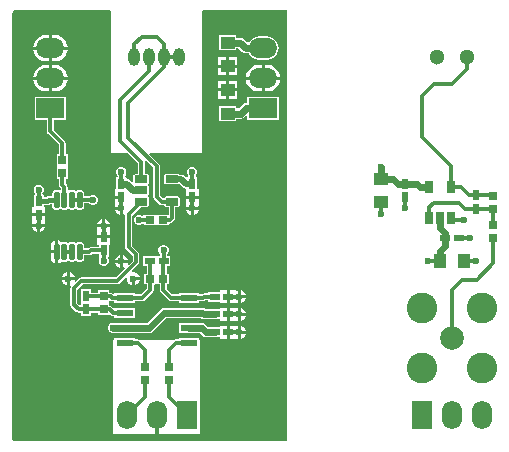
<source format=gbr>
%TF.GenerationSoftware,Altium Limited,Altium Designer,24.10.1 (45)*%
G04 Layer_Physical_Order=1*
G04 Layer_Color=5636351*
%FSLAX45Y45*%
%MOMM*%
%TF.SameCoordinates,A6A100A0-8C7F-4B02-B864-72EC464A77B6*%
%TF.FilePolarity,Positive*%
%TF.FileFunction,Copper,L1,Top,Signal*%
%TF.Part,Single*%
G01*
G75*
%TA.AperFunction,SMDPad,CuDef*%
%ADD10R,0.85000X0.60000*%
%ADD11R,0.60000X0.85000*%
%ADD12R,0.65000X0.80000*%
G04:AMPARAMS|DCode=13|XSize=0.6mm|YSize=1.1mm|CornerRadius=0.051mm|HoleSize=0mm|Usage=FLASHONLY|Rotation=180.000|XOffset=0mm|YOffset=0mm|HoleType=Round|Shape=RoundedRectangle|*
%AMROUNDEDRECTD13*
21,1,0.60000,0.99800,0,0,180.0*
21,1,0.49800,1.10000,0,0,180.0*
1,1,0.10200,-0.24900,0.49900*
1,1,0.10200,0.24900,0.49900*
1,1,0.10200,0.24900,-0.49900*
1,1,0.10200,-0.24900,-0.49900*
%
%ADD13ROUNDEDRECTD13*%
%ADD14R,1.45000X0.60000*%
G04:AMPARAMS|DCode=15|XSize=0.6mm|YSize=1.1mm|CornerRadius=0.051mm|HoleSize=0mm|Usage=FLASHONLY|Rotation=90.000|XOffset=0mm|YOffset=0mm|HoleType=Round|Shape=RoundedRectangle|*
%AMROUNDEDRECTD15*
21,1,0.60000,0.99800,0,0,90.0*
21,1,0.49800,1.10000,0,0,90.0*
1,1,0.10200,0.49900,0.24900*
1,1,0.10200,0.49900,-0.24900*
1,1,0.10200,-0.49900,-0.24900*
1,1,0.10200,-0.49900,0.24900*
%
%ADD15ROUNDEDRECTD15*%
%ADD16R,0.80000X0.65000*%
G04:AMPARAMS|DCode=17|XSize=0.45mm|YSize=1.4mm|CornerRadius=0.1125mm|HoleSize=0mm|Usage=FLASHONLY|Rotation=0.000|XOffset=0mm|YOffset=0mm|HoleType=Round|Shape=RoundedRectangle|*
%AMROUNDEDRECTD17*
21,1,0.45000,1.17500,0,0,0.0*
21,1,0.22500,1.40000,0,0,0.0*
1,1,0.22500,0.11250,-0.58750*
1,1,0.22500,-0.11250,-0.58750*
1,1,0.22500,-0.11250,0.58750*
1,1,0.22500,0.11250,0.58750*
%
%ADD17ROUNDEDRECTD17*%
%ADD18R,1.00000X1.15000*%
%ADD19R,1.15000X1.00000*%
%TA.AperFunction,Conductor*%
%ADD20C,0.30000*%
%ADD21C,0.60000*%
%ADD22C,0.40000*%
%ADD23C,0.50000*%
%TA.AperFunction,ComponentPad*%
%ADD24C,1.30000*%
%ADD25O,1.00000X1.50000*%
%ADD26O,1.70000X2.40000*%
%ADD27R,1.70000X2.40000*%
%ADD28C,2.60000*%
%ADD29C,2.00000*%
%ADD30O,2.40000X1.70000*%
%ADD31R,2.40000X1.70000*%
%TA.AperFunction,ViaPad*%
%ADD32C,0.60000*%
G36*
X-150000Y-1174104D02*
X-2454795D01*
X-2463654Y-1170434D01*
X-2470434Y-1163654D01*
X-2474104Y-1154795D01*
Y-1150000D01*
Y2450000D01*
Y2454795D01*
X-2470434Y2463653D01*
X-2463654Y2470434D01*
X-2454795Y2474104D01*
X-1648086D01*
X-1637500Y2469000D01*
X-1637500Y2461404D01*
Y1269000D01*
X-1495233D01*
X-1408243Y1182010D01*
Y1088049D01*
X-1429900D01*
X-1436845Y1086667D01*
X-1442733Y1082733D01*
X-1446667Y1076845D01*
X-1448049Y1069900D01*
Y1029204D01*
X-1460749Y1023943D01*
X-1475090Y1038284D01*
X-1489214Y1047722D01*
X-1505875Y1051036D01*
X-1507300D01*
Y1062700D01*
X-1515616D01*
X-1519214Y1075400D01*
X-1513801Y1080812D01*
X-1507301Y1096506D01*
Y1113493D01*
X-1513801Y1129187D01*
X-1525813Y1141199D01*
X-1541507Y1147700D01*
X-1558494D01*
X-1574188Y1141199D01*
X-1586200Y1129187D01*
X-1592700Y1113493D01*
Y1096506D01*
X-1586200Y1080812D01*
X-1580787Y1075400D01*
X-1584385Y1062700D01*
X-1592700D01*
Y1011705D01*
X-1593536Y1007500D01*
X-1592700Y1003295D01*
Y960400D01*
X-1605400D01*
Y905201D01*
X-1550000D01*
Y879801D01*
X-1605400D01*
Y824600D01*
X-1605400D01*
X-1601928Y819403D01*
X-1604704Y812700D01*
X-1550000D01*
Y800000D01*
X-1537300D01*
Y745296D01*
X-1528946Y748756D01*
X-1527649Y748538D01*
X-1516569Y740137D01*
Y469845D01*
X-1516569Y469844D01*
X-1514419Y459036D01*
X-1508297Y449873D01*
X-1454132Y395709D01*
Y354328D01*
X-1488895Y319565D01*
X-1499662Y326759D01*
X-1495296Y337300D01*
X-1537300D01*
Y295296D01*
X-1526759Y299662D01*
X-1519565Y288895D01*
X-1595319Y213141D01*
X-1888440D01*
X-1888441Y213142D01*
X-1899249Y210991D01*
X-1908412Y204869D01*
X-1908413Y204869D01*
X-1935487Y177794D01*
X-1946253Y184988D01*
X-1945296Y187300D01*
X-1987300D01*
Y145296D01*
X-1983571Y146841D01*
X-1975151Y136582D01*
X-1978155Y132086D01*
X-1980305Y121278D01*
X-1980305Y121277D01*
Y-16859D01*
X-1980305Y-16861D01*
X-1978155Y-27669D01*
X-1972033Y-36831D01*
X-1931394Y-77469D01*
X-1931394Y-77470D01*
X-1922231Y-83592D01*
X-1911423Y-85743D01*
X-1911422Y-85742D01*
X-1892700D01*
Y-112700D01*
X-1807300D01*
Y-85742D01*
X-1745200D01*
Y-107700D01*
X-1654800D01*
Y-105172D01*
X-1643067Y-100312D01*
X-1636908Y-106471D01*
X-1627746Y-112593D01*
X-1616937Y-114743D01*
X-1607700D01*
Y-129200D01*
X-1437300D01*
Y-43800D01*
X-1607700D01*
Y-43800D01*
X-1616182Y-47313D01*
X-1628467Y-35029D01*
X-1637629Y-28907D01*
X-1648437Y-26757D01*
X-1654800Y-16896D01*
X-1654800Y-2300D01*
X-1654800Y12265D01*
X-1651422Y15144D01*
X-1642100Y18522D01*
X-1635942Y14407D01*
X-1625134Y12257D01*
X-1625133Y12257D01*
X-1607700D01*
Y-2200D01*
X-1437300D01*
Y12257D01*
X-1370475D01*
X-1370473Y12257D01*
X-1359665Y14407D01*
X-1350503Y20529D01*
X-1285029Y86003D01*
X-1285029Y86003D01*
X-1278907Y95166D01*
X-1276757Y105974D01*
Y145820D01*
X-1267776Y154800D01*
X-1252300Y154800D01*
X-1239600Y154800D01*
X-1223243D01*
Y105975D01*
X-1223243Y105974D01*
X-1221093Y95166D01*
X-1214971Y86003D01*
X-1149498Y20530D01*
X-1149497Y20529D01*
X-1140335Y14407D01*
X-1129527Y12257D01*
X-1062700D01*
Y-2200D01*
X-892300D01*
Y12257D01*
X-857640D01*
X-857638Y12257D01*
X-846830Y14407D01*
X-837668Y20529D01*
X-836440Y21757D01*
X-812700D01*
Y7300D01*
X-710400D01*
Y-5400D01*
X-655200D01*
Y50000D01*
Y105400D01*
X-710400D01*
Y92700D01*
X-812700D01*
Y78243D01*
X-848138D01*
X-858946Y76093D01*
X-868109Y69971D01*
X-868110Y69970D01*
X-869337Y68743D01*
X-892300D01*
Y83200D01*
X-1062700D01*
Y68743D01*
X-1117828D01*
X-1166758Y117673D01*
Y154800D01*
X-1142300D01*
Y245200D01*
X-1166758D01*
Y307300D01*
X-1137300D01*
Y392700D01*
X-1164257D01*
Y410356D01*
X-1156301Y418313D01*
X-1149800Y434006D01*
Y450994D01*
X-1156301Y466687D01*
X-1168313Y478699D01*
X-1184007Y485200D01*
X-1200994D01*
X-1216687Y478699D01*
X-1228699Y466687D01*
X-1235200Y450994D01*
Y434006D01*
X-1228699Y418313D01*
X-1223588Y413202D01*
Y398835D01*
X-1229723Y392700D01*
X-1247700Y392700D01*
X-1260400Y392700D01*
X-1362700D01*
Y307300D01*
X-1333242D01*
Y245200D01*
X-1357700D01*
Y154800D01*
X-1333242D01*
Y117672D01*
X-1382172Y68743D01*
X-1437300D01*
Y83200D01*
X-1607700D01*
Y80968D01*
X-1617397Y76107D01*
X-1620400Y75463D01*
X-1628826Y81093D01*
X-1639634Y83243D01*
X-1639635Y83243D01*
X-1654800D01*
Y107700D01*
X-1745200D01*
Y83243D01*
X-1807300D01*
Y112700D01*
X-1892700D01*
Y10401D01*
X-1892700Y2300D01*
X-1892700Y-18320D01*
X-1905400Y-23581D01*
X-1923819Y-5162D01*
Y109579D01*
X-1876743Y156656D01*
X-1583622D01*
X-1583621Y156656D01*
X-1572812Y158806D01*
X-1563650Y164928D01*
X-1518100Y210478D01*
X-1505400Y205217D01*
Y188980D01*
X-1496966Y168618D01*
X-1481381Y153034D01*
X-1462700Y145296D01*
Y200000D01*
X-1450000D01*
Y212700D01*
X-1395296D01*
X-1403034Y231381D01*
X-1418618Y246966D01*
X-1438980Y255400D01*
X-1455217D01*
X-1460478Y268100D01*
X-1405919Y322659D01*
X-1405918Y322659D01*
X-1399796Y331822D01*
X-1397646Y342630D01*
Y407407D01*
X-1399796Y418215D01*
X-1405918Y427378D01*
X-1405919Y427378D01*
X-1460083Y481543D01*
Y734975D01*
X-1383107Y811951D01*
X-1330100D01*
X-1323155Y813333D01*
X-1317267Y817267D01*
X-1313333Y823155D01*
X-1311951Y830100D01*
Y879900D01*
X-1313333Y886845D01*
X-1317267Y892733D01*
X-1321675Y895678D01*
X-1322473Y902500D01*
X-1321675Y909322D01*
X-1317267Y912267D01*
X-1313333Y918155D01*
X-1311951Y925100D01*
Y974900D01*
X-1313333Y981845D01*
X-1317267Y987733D01*
X-1321675Y990678D01*
X-1322473Y997500D01*
X-1321675Y1004322D01*
X-1317267Y1007267D01*
X-1313333Y1013155D01*
X-1311951Y1020100D01*
Y1069900D01*
X-1313333Y1076845D01*
X-1317267Y1082733D01*
X-1323155Y1086667D01*
X-1330100Y1088049D01*
X-1351757D01*
Y1193707D01*
X-1351757Y1193709D01*
X-1353079Y1200354D01*
X-1341375Y1206610D01*
X-1278243Y1143478D01*
Y895850D01*
X-1278243Y895848D01*
X-1276093Y885040D01*
X-1269971Y875878D01*
X-1229123Y835030D01*
X-1229122Y835029D01*
X-1219960Y828907D01*
X-1209152Y826757D01*
X-1187384D01*
X-1186667Y823155D01*
X-1182733Y817267D01*
X-1176845Y813333D01*
X-1169900Y811951D01*
X-1148243D01*
Y745200D01*
X-1239600D01*
X-1247700Y745200D01*
X-1260400Y745200D01*
X-1357700D01*
Y738547D01*
X-1370400Y733287D01*
X-1373312Y736199D01*
X-1389006Y742700D01*
X-1405993D01*
X-1421687Y736199D01*
X-1433699Y724188D01*
X-1440200Y708494D01*
Y691507D01*
X-1433699Y675813D01*
X-1421687Y663801D01*
X-1405993Y657300D01*
X-1389006D01*
X-1373312Y663801D01*
X-1370400Y666714D01*
X-1357700Y661454D01*
Y654800D01*
X-1260400D01*
X-1252300Y654800D01*
X-1239600Y654800D01*
X-1142300D01*
Y661403D01*
X-1136676Y671757D01*
X-1125868Y673907D01*
X-1116705Y680029D01*
X-1100030Y696705D01*
X-1100029Y696705D01*
X-1093907Y705868D01*
X-1091757Y716676D01*
Y811951D01*
X-1070100D01*
X-1063155Y813333D01*
X-1057267Y817267D01*
X-1053333Y823155D01*
X-1051951Y830100D01*
Y879900D01*
X-1053333Y886845D01*
X-1057267Y892733D01*
X-1063155Y896667D01*
X-1070100Y898048D01*
X-1169900D01*
X-1176845Y896667D01*
X-1182733Y892733D01*
X-1186407Y887235D01*
X-1190177Y886515D01*
X-1199817Y885607D01*
X-1221757Y907547D01*
Y1155177D01*
X-1223907Y1165985D01*
X-1230029Y1175148D01*
X-1230030Y1175148D01*
X-1312149Y1257267D01*
X-1307288Y1269000D01*
X-862500D01*
Y2461404D01*
X-862500Y2469000D01*
X-851914Y2474104D01*
X-150000D01*
Y-1174104D01*
D02*
G37*
%LPC*%
G36*
X-2115000Y2265353D02*
X-2137300D01*
Y2166700D01*
X-2005319D01*
X-2007442Y2182820D01*
X-2018566Y2209676D01*
X-2036262Y2232738D01*
X-2059324Y2250434D01*
X-2086180Y2261558D01*
X-2115000Y2265353D01*
D02*
G37*
G36*
X-2162700D02*
X-2185000D01*
X-2213820Y2261558D01*
X-2240676Y2250434D01*
X-2263738Y2232738D01*
X-2281434Y2209676D01*
X-2292559Y2182820D01*
X-2294681Y2166700D01*
X-2162700D01*
Y2265353D01*
D02*
G37*
G36*
X-579800Y2262700D02*
X-720200D01*
Y2137300D01*
X-579800D01*
Y2156464D01*
X-560077D01*
X-526829Y2123215D01*
X-512705Y2113778D01*
X-496044Y2110464D01*
X-472716D01*
X-470341Y2104729D01*
X-454681Y2084320D01*
X-434272Y2068659D01*
X-410505Y2058815D01*
X-385000Y2055457D01*
X-315000D01*
X-289495Y2058815D01*
X-265728Y2068659D01*
X-245320Y2084320D01*
X-229659Y2104729D01*
X-219815Y2128495D01*
X-216457Y2154000D01*
X-219815Y2179505D01*
X-229659Y2203271D01*
X-245320Y2223680D01*
X-265728Y2239341D01*
X-289495Y2249185D01*
X-315000Y2252543D01*
X-385000D01*
X-410505Y2249185D01*
X-434272Y2239341D01*
X-454681Y2223680D01*
X-468617Y2205518D01*
X-477845Y2203404D01*
X-483987Y2203513D01*
X-511259Y2230785D01*
X-525384Y2240223D01*
X-542044Y2243537D01*
X-579800D01*
Y2262700D01*
D02*
G37*
G36*
X-2005319Y2141300D02*
X-2137300D01*
Y2042647D01*
X-2115000D01*
X-2086180Y2046442D01*
X-2059324Y2057566D01*
X-2036262Y2075262D01*
X-2018566Y2098324D01*
X-2007442Y2125180D01*
X-2005319Y2141300D01*
D02*
G37*
G36*
X-2162700D02*
X-2294681D01*
X-2292559Y2125180D01*
X-2281434Y2098324D01*
X-2263738Y2075262D01*
X-2240676Y2057566D01*
X-2213820Y2046442D01*
X-2185000Y2042647D01*
X-2162700D01*
Y2141300D01*
D02*
G37*
G36*
X-567100Y2075400D02*
X-637300D01*
Y2012700D01*
X-567100D01*
Y2075400D01*
D02*
G37*
G36*
X-662700D02*
X-732900D01*
Y2012700D01*
X-662700D01*
Y2075400D01*
D02*
G37*
G36*
X-567100Y1987300D02*
X-637300D01*
Y1924600D01*
X-567100D01*
Y1987300D01*
D02*
G37*
G36*
X-662700D02*
X-732900D01*
Y1924600D01*
X-662700D01*
Y1987300D01*
D02*
G37*
G36*
X-315000Y2011353D02*
X-337300D01*
Y1912700D01*
X-205319D01*
X-207442Y1928820D01*
X-218566Y1955676D01*
X-236262Y1978738D01*
X-259324Y1996434D01*
X-286180Y2007558D01*
X-315000Y2011353D01*
D02*
G37*
G36*
X-2115000D02*
X-2137300D01*
Y1912700D01*
X-2005319D01*
X-2007442Y1928820D01*
X-2018566Y1955676D01*
X-2036262Y1978738D01*
X-2059324Y1996434D01*
X-2086180Y2007558D01*
X-2115000Y2011353D01*
D02*
G37*
G36*
X-362700D02*
X-385000D01*
X-413820Y2007558D01*
X-440677Y1996434D01*
X-463738Y1978738D01*
X-481434Y1955676D01*
X-492559Y1928820D01*
X-494681Y1912700D01*
X-362700D01*
Y2011353D01*
D02*
G37*
G36*
X-2162700D02*
X-2185000D01*
X-2213820Y2007558D01*
X-2240676Y1996434D01*
X-2263738Y1978738D01*
X-2281434Y1955676D01*
X-2292559Y1928820D01*
X-2294681Y1912700D01*
X-2162700D01*
Y2011353D01*
D02*
G37*
G36*
X-567100Y1875400D02*
X-637300D01*
Y1812700D01*
X-567100D01*
Y1875400D01*
D02*
G37*
G36*
X-662700D02*
X-732900D01*
Y1812700D01*
X-662700D01*
Y1875400D01*
D02*
G37*
G36*
X-205319Y1887300D02*
X-337300D01*
Y1788647D01*
X-315000D01*
X-286180Y1792442D01*
X-259324Y1803566D01*
X-236262Y1821262D01*
X-218566Y1844324D01*
X-207442Y1871180D01*
X-205319Y1887300D01*
D02*
G37*
G36*
X-362700D02*
X-494681D01*
X-492559Y1871180D01*
X-481434Y1844324D01*
X-463738Y1821262D01*
X-440677Y1803566D01*
X-413820Y1792442D01*
X-385000Y1788647D01*
X-362700D01*
Y1887300D01*
D02*
G37*
G36*
X-2005319D02*
X-2137300D01*
Y1788647D01*
X-2115000D01*
X-2086180Y1792442D01*
X-2059324Y1803566D01*
X-2036262Y1821262D01*
X-2018566Y1844324D01*
X-2007442Y1871180D01*
X-2005319Y1887300D01*
D02*
G37*
G36*
X-2162700D02*
X-2294681D01*
X-2292559Y1871180D01*
X-2281434Y1844324D01*
X-2263738Y1821262D01*
X-2240676Y1803566D01*
X-2213820Y1792442D01*
X-2185000Y1788647D01*
X-2162700D01*
Y1887300D01*
D02*
G37*
G36*
X-567100Y1787300D02*
X-637300D01*
Y1724600D01*
X-567100D01*
Y1787300D01*
D02*
G37*
G36*
X-662700D02*
X-732900D01*
Y1724600D01*
X-662700D01*
Y1787300D01*
D02*
G37*
G36*
X-217300Y1743700D02*
X-482700D01*
Y1689536D01*
X-493290D01*
X-509950Y1686222D01*
X-524074Y1676785D01*
X-557323Y1643536D01*
X-579800D01*
Y1662700D01*
X-720200D01*
Y1537300D01*
X-579800D01*
Y1556463D01*
X-539290D01*
X-522629Y1559777D01*
X-508505Y1569215D01*
X-494433Y1583287D01*
X-482700Y1578426D01*
Y1548300D01*
X-217300D01*
Y1743700D01*
D02*
G37*
G36*
X-941507Y1147700D02*
X-958494D01*
X-974188Y1141199D01*
X-986199Y1129187D01*
X-992700Y1113493D01*
Y1096506D01*
X-986199Y1080812D01*
X-985747Y1080360D01*
X-987942Y1065663D01*
X-992700Y1062700D01*
X-1004528Y1063510D01*
X-1013198Y1072180D01*
X-1025668Y1080512D01*
X-1040378Y1083439D01*
X-1040379Y1083439D01*
X-1058323D01*
X-1063155Y1086667D01*
X-1070100Y1088049D01*
X-1169900D01*
X-1176845Y1086667D01*
X-1182733Y1082733D01*
X-1186667Y1076845D01*
X-1188049Y1069900D01*
Y1020100D01*
X-1186667Y1013155D01*
X-1182733Y1007267D01*
X-1176845Y1003333D01*
X-1169900Y1001951D01*
X-1070100D01*
X-1063155Y1003333D01*
X-1058323Y1006561D01*
X-1056300D01*
X-1030058Y980319D01*
X-1017588Y971987D01*
X-1011169Y970710D01*
X-1005400Y960400D01*
X-1005400Y957599D01*
Y905201D01*
X-950000D01*
X-894600D01*
Y960400D01*
X-907300D01*
Y1062700D01*
X-915616D01*
X-919214Y1075400D01*
X-913801Y1080812D01*
X-907300Y1096506D01*
Y1113493D01*
X-913801Y1129187D01*
X-925813Y1141199D01*
X-941507Y1147700D01*
D02*
G37*
G36*
X-2017300Y1743700D02*
X-2282700D01*
Y1548300D01*
X-2178243D01*
Y1450001D01*
X-2178243Y1450000D01*
X-2176093Y1439192D01*
X-2169971Y1430029D01*
X-2078243Y1338301D01*
Y1257700D01*
X-2095200D01*
Y1160400D01*
X-2095200Y1152300D01*
X-2095200Y1139599D01*
Y1042300D01*
X-2078243D01*
Y996800D01*
X-2078243Y996799D01*
X-2076093Y985990D01*
X-2069971Y976828D01*
X-2060743Y967600D01*
Y954804D01*
X-2073105Y949151D01*
X-2074036Y949393D01*
X-2076905Y951310D01*
X-2086250Y953169D01*
X-2108750D01*
X-2118095Y951310D01*
X-2126017Y946017D01*
X-2131310Y938094D01*
X-2133169Y928750D01*
Y903340D01*
X-2166160D01*
X-2178919Y900802D01*
X-2189736Y893575D01*
X-2192470Y890841D01*
X-2207300D01*
Y912700D01*
X-2215617D01*
X-2219214Y925400D01*
X-2213802Y930813D01*
X-2207301Y946507D01*
Y963494D01*
X-2213802Y979188D01*
X-2225813Y991199D01*
X-2241507Y997700D01*
X-2258494D01*
X-2274188Y991199D01*
X-2286200Y979188D01*
X-2292701Y963494D01*
Y946507D01*
X-2286200Y930813D01*
X-2280787Y925400D01*
X-2284385Y912700D01*
X-2292700D01*
Y810400D01*
X-2305400D01*
Y755200D01*
X-2250000D01*
X-2194600D01*
Y810400D01*
X-2207300D01*
Y824160D01*
X-2178660D01*
X-2165901Y826698D01*
X-2155085Y833925D01*
X-2152350Y836659D01*
X-2133169D01*
Y811250D01*
X-2131310Y801905D01*
X-2126017Y793983D01*
X-2118095Y788690D01*
X-2108750Y786831D01*
X-2086250D01*
X-2076905Y788690D01*
X-2068983Y793983D01*
X-2055964Y790607D01*
X-2053095Y788690D01*
X-2043750Y786831D01*
X-2021250D01*
X-2011906Y788690D01*
X-2003983Y793983D01*
X-1990965Y790607D01*
X-1988095Y788690D01*
X-1978750Y786831D01*
X-1956250D01*
X-1946905Y788690D01*
X-1938983Y793983D01*
X-1925964Y790607D01*
X-1923095Y788690D01*
X-1913750Y786831D01*
X-1891250D01*
X-1881906Y788690D01*
X-1873983Y793983D01*
X-1868690Y801905D01*
X-1866831Y811250D01*
Y841757D01*
X-1824485D01*
X-1816528Y833801D01*
X-1800835Y827300D01*
X-1783848D01*
X-1768154Y833801D01*
X-1756142Y845813D01*
X-1749641Y861507D01*
Y878494D01*
X-1756142Y894187D01*
X-1768154Y906199D01*
X-1783848Y912700D01*
X-1800835D01*
X-1816528Y906199D01*
X-1824485Y898243D01*
X-1866831D01*
Y928750D01*
X-1868690Y938095D01*
X-1873983Y946017D01*
X-1881906Y951310D01*
X-1891250Y953169D01*
X-1913750D01*
X-1923095Y951310D01*
X-1931017Y946017D01*
X-1944036Y949393D01*
X-1946905Y951310D01*
X-1956250Y953169D01*
X-1978750D01*
X-1988095Y951310D01*
X-1991557Y948996D01*
X-2004257Y954803D01*
Y979299D01*
X-2006407Y990107D01*
X-2012529Y999270D01*
X-2021757Y1008497D01*
Y1042300D01*
X-2004800D01*
Y1139599D01*
X-2004800Y1147700D01*
X-2004800Y1160400D01*
Y1257700D01*
X-2021757D01*
Y1350000D01*
X-2023907Y1360808D01*
X-2030029Y1369971D01*
X-2030030Y1369971D01*
X-2121757Y1461699D01*
Y1548300D01*
X-2017300D01*
Y1743700D01*
D02*
G37*
G36*
X-894600Y879801D02*
X-950000D01*
X-1005400D01*
Y824600D01*
X-1005400D01*
X-1001928Y819403D01*
X-1004704Y812700D01*
X-895296D01*
X-898073Y819403D01*
X-894600Y824600D01*
X-894600D01*
Y879801D01*
D02*
G37*
G36*
X-895296Y787300D02*
X-937300D01*
Y745296D01*
X-918619Y753034D01*
X-903034Y768618D01*
X-895296Y787300D01*
D02*
G37*
G36*
X-962700D02*
X-1004704D01*
X-996966Y768618D01*
X-981382Y753034D01*
X-962700Y745296D01*
Y787300D01*
D02*
G37*
G36*
X-1562700D02*
X-1604704D01*
X-1596966Y768618D01*
X-1581382Y753034D01*
X-1562700Y745296D01*
Y787300D01*
D02*
G37*
G36*
X-1687300Y704704D02*
Y662700D01*
X-1645296D01*
X-1653034Y681382D01*
X-1668618Y696966D01*
X-1687300Y704704D01*
D02*
G37*
G36*
X-1712700D02*
X-1731381Y696966D01*
X-1746966Y681382D01*
X-1754704Y662700D01*
X-1712700D01*
Y704704D01*
D02*
G37*
G36*
X-2194600Y729800D02*
X-2250000D01*
X-2305400D01*
Y674600D01*
X-2305400D01*
X-2301928Y669403D01*
X-2304704Y662700D01*
X-2195296D01*
X-2198073Y669403D01*
X-2194600Y674600D01*
X-2194600D01*
Y729800D01*
D02*
G37*
G36*
X-2195296Y637300D02*
X-2237300D01*
Y595296D01*
X-2218619Y603034D01*
X-2203034Y618618D01*
X-2195296Y637300D01*
D02*
G37*
G36*
X-2262700D02*
X-2304704D01*
X-2296966Y618618D01*
X-2281382Y603034D01*
X-2262700Y595296D01*
Y637300D01*
D02*
G37*
G36*
X-1645296Y637300D02*
X-1754704D01*
X-1751927Y630597D01*
X-1755400Y625400D01*
X-1755400D01*
Y570200D01*
X-1644600D01*
Y625400D01*
X-1644600D01*
X-1648072Y630597D01*
X-1645296Y637300D01*
D02*
G37*
G36*
X-1644600Y544800D02*
X-1755400D01*
Y489600D01*
X-1742700D01*
Y470743D01*
X-1807500D01*
X-1818308Y468593D01*
X-1827471Y462471D01*
X-1827471Y462470D01*
X-1831698Y458243D01*
X-1866831D01*
Y488750D01*
X-1868690Y498095D01*
X-1873983Y506017D01*
X-1881906Y511310D01*
X-1891250Y513169D01*
X-1913750D01*
X-1923095Y511310D01*
X-1925965Y509393D01*
X-1935000Y507050D01*
X-1944035Y509393D01*
X-1946905Y511310D01*
X-1956250Y513169D01*
X-1978750D01*
X-1988095Y511310D01*
X-1990965Y509393D01*
X-2000000Y507050D01*
X-2009036Y509393D01*
X-2011906Y511310D01*
X-2021250Y513169D01*
X-2043750D01*
X-2053095Y511310D01*
X-2055965Y509393D01*
X-2059827Y515173D01*
X-2071950Y523274D01*
X-2084800Y525830D01*
Y430000D01*
Y334171D01*
X-2071950Y336727D01*
X-2059827Y344827D01*
X-2055965Y350607D01*
X-2053095Y348690D01*
X-2043750Y346831D01*
X-2021250D01*
X-2011906Y348690D01*
X-2009036Y350608D01*
X-2000000Y352950D01*
X-1990965Y350608D01*
X-1988095Y348690D01*
X-1978750Y346831D01*
X-1956250D01*
X-1946905Y348690D01*
X-1944035Y350607D01*
X-1935000Y352950D01*
X-1925965Y350607D01*
X-1923095Y348690D01*
X-1913750Y346831D01*
X-1891250D01*
X-1881906Y348690D01*
X-1873983Y353983D01*
X-1868690Y361906D01*
X-1866831Y371250D01*
Y401757D01*
X-1820001D01*
X-1820000Y401757D01*
X-1809192Y403907D01*
X-1800029Y410029D01*
X-1795801Y414257D01*
X-1742700D01*
Y387300D01*
X-1741047D01*
X-1735786Y374600D01*
X-1736199Y374187D01*
X-1742700Y358493D01*
Y341506D01*
X-1736199Y325812D01*
X-1724187Y313801D01*
X-1708493Y307300D01*
X-1691506D01*
X-1675812Y313801D01*
X-1663801Y325812D01*
X-1657300Y341506D01*
Y358493D01*
X-1663801Y374187D01*
X-1664213Y374600D01*
X-1658953Y387300D01*
X-1657300D01*
Y489600D01*
X-1644600D01*
Y544800D01*
D02*
G37*
G36*
X-2110200Y525830D02*
X-2123050Y523274D01*
X-2135173Y515173D01*
X-2143273Y503050D01*
X-2146118Y488750D01*
Y442700D01*
X-2110200D01*
Y525830D01*
D02*
G37*
G36*
X-1537300Y404704D02*
Y362700D01*
X-1495296D01*
X-1503034Y381381D01*
X-1518619Y396966D01*
X-1537300Y404704D01*
D02*
G37*
G36*
X-1562700D02*
X-1581381Y396966D01*
X-1596966Y381381D01*
X-1604704Y362700D01*
X-1562700D01*
Y404704D01*
D02*
G37*
G36*
X-2110200Y417300D02*
X-2146118D01*
Y371250D01*
X-2143273Y356950D01*
X-2135173Y344827D01*
X-2123050Y336727D01*
X-2110200Y334171D01*
Y417300D01*
D02*
G37*
G36*
X-1562700Y337300D02*
X-1604704D01*
X-1596966Y318618D01*
X-1581381Y303034D01*
X-1562700Y295296D01*
Y337300D01*
D02*
G37*
G36*
X-1987300Y254704D02*
Y212700D01*
X-1945296D01*
X-1953034Y231381D01*
X-1968619Y246966D01*
X-1987300Y254704D01*
D02*
G37*
G36*
X-2012700D02*
X-2031382Y246966D01*
X-2046966Y231381D01*
X-2054704Y212700D01*
X-2012700D01*
Y254704D01*
D02*
G37*
G36*
X-1395296Y187300D02*
X-1437300D01*
Y145296D01*
X-1418618Y153034D01*
X-1403034Y168618D01*
X-1395296Y187300D01*
D02*
G37*
G36*
X-2012700D02*
X-2054704D01*
X-2046966Y168618D01*
X-2031382Y153034D01*
X-2012700Y145296D01*
Y187300D01*
D02*
G37*
G36*
X-537300Y104704D02*
Y62700D01*
X-495296D01*
X-503034Y81381D01*
X-518618Y96966D01*
X-537300Y104704D01*
D02*
G37*
G36*
X-574600Y105400D02*
Y105400D01*
X-629800D01*
Y50000D01*
Y-5400D01*
X-574600D01*
Y-5400D01*
X-569403Y-1928D01*
X-562700Y-4704D01*
Y50000D01*
Y104704D01*
X-569403Y101927D01*
X-574600Y105400D01*
D02*
G37*
G36*
X-495296Y37300D02*
X-537300D01*
Y-4704D01*
X-518618Y3034D01*
X-503034Y18618D01*
X-495296Y37300D01*
D02*
G37*
G36*
X-537300Y-45296D02*
Y-87300D01*
X-495296D01*
X-503034Y-68619D01*
X-518618Y-53034D01*
X-537300Y-45296D01*
D02*
G37*
G36*
X-574600Y-44600D02*
Y-44600D01*
X-629800D01*
Y-100000D01*
Y-155400D01*
X-574600D01*
Y-155400D01*
X-569403Y-151928D01*
X-562700Y-154704D01*
Y-100000D01*
Y-45296D01*
X-569403Y-48073D01*
X-574600Y-44600D01*
D02*
G37*
G36*
X-495296Y-112700D02*
X-537300D01*
Y-154704D01*
X-518618Y-146966D01*
X-503034Y-131381D01*
X-495296Y-112700D01*
D02*
G37*
G36*
X-865222Y-42964D02*
X-1186500D01*
X-1203161Y-46278D01*
X-1217285Y-55715D01*
X-1331533Y-169964D01*
X-1522500D01*
X-1525001Y-170461D01*
X-1527500Y-169964D01*
X-1620000D01*
X-1624206Y-170801D01*
X-1628493D01*
X-1632454Y-172441D01*
X-1636660Y-173278D01*
X-1640227Y-175661D01*
X-1644187Y-177301D01*
X-1647218Y-180332D01*
X-1650785Y-182715D01*
Y-182716D01*
X-1653167Y-186281D01*
X-1656199Y-189313D01*
X-1657840Y-193274D01*
X-1660222Y-196840D01*
X-1661059Y-201045D01*
X-1662700Y-205007D01*
Y-209295D01*
X-1663536Y-213500D01*
X-1662700Y-217705D01*
Y-221994D01*
X-1661059Y-225956D01*
X-1660222Y-230161D01*
X-1657840Y-233727D01*
X-1656199Y-237688D01*
X-1653167Y-240720D01*
X-1650785Y-244285D01*
X-1647219Y-246668D01*
X-1644187Y-249700D01*
X-1640226Y-251340D01*
X-1636660Y-253723D01*
X-1632455Y-254559D01*
X-1628493Y-256200D01*
X-1624205D01*
X-1620000Y-257037D01*
X-1619999Y-257037D01*
X-1527500D01*
X-1524999Y-256539D01*
X-1522500Y-257036D01*
X-1313500D01*
X-1296839Y-253722D01*
X-1282715Y-244285D01*
X-1168467Y-130036D01*
X-883256D01*
X-882507Y-130785D01*
X-868383Y-140222D01*
X-851722Y-143536D01*
X-757501D01*
X-753296Y-142700D01*
X-710400D01*
Y-155400D01*
X-655200D01*
Y-100000D01*
Y-44600D01*
X-710400D01*
Y-57300D01*
X-753296D01*
X-757501Y-56463D01*
X-833689D01*
X-834437Y-55715D01*
X-848562Y-46278D01*
X-865222Y-42964D01*
D02*
G37*
G36*
X-537300Y-195296D02*
Y-237300D01*
X-495296D01*
X-503034Y-218619D01*
X-518618Y-203034D01*
X-537300Y-195296D01*
D02*
G37*
G36*
X-574600Y-194600D02*
Y-194600D01*
X-629801D01*
Y-250000D01*
Y-305400D01*
X-574600D01*
Y-305400D01*
X-569403Y-301928D01*
X-562700Y-304704D01*
Y-250000D01*
Y-195296D01*
X-569403Y-198073D01*
X-574600Y-194600D01*
D02*
G37*
G36*
X-495296Y-262700D02*
X-537300D01*
Y-304704D01*
X-518618Y-296966D01*
X-503034Y-281381D01*
X-495296Y-262700D01*
D02*
G37*
G36*
X-869359Y-169964D02*
X-977500D01*
X-981705Y-170800D01*
X-1062700D01*
Y-256200D01*
X-981705D01*
X-977500Y-257036D01*
X-887393D01*
X-863644Y-280785D01*
X-849520Y-290222D01*
X-832859Y-293536D01*
X-757500D01*
X-753295Y-292700D01*
X-710400D01*
Y-305400D01*
X-655201D01*
Y-250000D01*
Y-194600D01*
X-710400D01*
Y-207300D01*
X-753295D01*
X-757500Y-206464D01*
X-814826D01*
X-838575Y-182715D01*
X-852699Y-173278D01*
X-869359Y-169964D01*
D02*
G37*
G36*
X-892300Y-297800D02*
X-1062700D01*
Y-312257D01*
X-1090500D01*
X-1101308Y-314407D01*
X-1102673Y-315319D01*
X-1397327D01*
X-1398692Y-314407D01*
X-1409500Y-312257D01*
X-1409501Y-312257D01*
X-1437300D01*
Y-297800D01*
X-1607700D01*
Y-315319D01*
X-1620000D01*
Y-1110000D01*
X-880000D01*
Y-315319D01*
X-892300D01*
Y-297800D01*
D02*
G37*
%LPD*%
D10*
X-642500Y-250000D02*
D03*
X-757500D02*
D03*
X-642500Y-100000D02*
D03*
X-757501Y-100000D02*
D03*
X-1192500Y350000D02*
D03*
X-1307500D02*
D03*
X-642500Y50000D02*
D03*
X-757500D02*
D03*
X1307500Y550000D02*
D03*
X1192500D02*
D03*
D11*
X-1550000Y1007500D02*
D03*
Y892500D02*
D03*
X1450000Y792500D02*
D03*
Y907500D02*
D03*
X-1850000Y-57500D02*
D03*
Y57500D02*
D03*
X850000Y892500D02*
D03*
Y1007500D02*
D03*
X-950000Y892500D02*
D03*
Y1007500D02*
D03*
X-2250000Y742500D02*
D03*
Y857500D02*
D03*
X-1700000Y557500D02*
D03*
Y442500D02*
D03*
D12*
X-1150000Y-545000D02*
D03*
Y-654999D02*
D03*
X-1350000Y-545000D02*
D03*
Y-654999D02*
D03*
X1600000Y545000D02*
D03*
Y655000D02*
D03*
Y795000D02*
D03*
Y905000D02*
D03*
X-1700000Y-55000D02*
D03*
X-1700000Y55000D02*
D03*
X-2050000Y1095000D02*
D03*
Y1205000D02*
D03*
D13*
X1055000Y720000D02*
D03*
X1150000D02*
D03*
X1245000D02*
D03*
Y980000D02*
D03*
X1055000D02*
D03*
D14*
X-977500Y-340500D02*
D03*
Y-213500D02*
D03*
Y-86500D02*
D03*
Y40500D02*
D03*
X-1522500Y-340500D02*
D03*
Y-213500D02*
D03*
Y-86500D02*
D03*
Y40500D02*
D03*
D15*
X-1380000Y1045000D02*
D03*
Y950000D02*
D03*
Y855000D02*
D03*
X-1120000D02*
D03*
Y1045000D02*
D03*
D16*
X-1195000Y700000D02*
D03*
X-1305000D02*
D03*
X-1305000Y200000D02*
D03*
X-1195000D02*
D03*
D17*
X-2097500Y430000D02*
D03*
X-2032500D02*
D03*
X-1967500D02*
D03*
X-1902500D02*
D03*
X-2097500Y870000D02*
D03*
X-2032500Y870000D02*
D03*
X-1967500Y870000D02*
D03*
X-1902500Y870000D02*
D03*
D18*
X1150000Y350000D02*
D03*
X1350000D02*
D03*
D19*
X650000Y1050000D02*
D03*
Y850000D02*
D03*
X-650000Y2200000D02*
D03*
Y2000000D02*
D03*
Y1600000D02*
D03*
Y1800000D02*
D03*
D20*
X-1700000Y350000D02*
X-1700000Y350000D01*
X-1700000Y350000D02*
Y442500D01*
X1049967Y350000D02*
X1149967D01*
X1350000D02*
X1450000D01*
X1307500Y550000D02*
X1400000D01*
X1245000Y720000D02*
X1265000Y700000D01*
X1350000D01*
X650000Y750000D02*
Y850000D01*
X850000Y800000D02*
Y892500D01*
X1250000Y-300000D02*
Y109934D01*
X1331015Y190949D01*
X1459586D01*
X1600000Y331364D01*
Y545000D01*
X1358883Y795000D02*
X1452500D01*
X1307239Y846644D02*
X1358883Y795000D01*
X1095887Y846644D02*
X1307239D01*
X1055000Y805757D02*
X1095887Y846644D01*
X1055000Y720000D02*
Y805757D01*
X1600000Y655000D02*
Y795000D01*
X1452500D02*
X1600000D01*
X1450000Y792500D02*
X1452500Y795000D01*
X1597500Y907500D02*
X1600000Y905000D01*
X1450000Y907500D02*
X1597500D01*
X1396951D02*
X1450000D01*
X1324451Y980000D02*
X1396951Y907500D01*
X1245000Y980000D02*
X1324451D01*
X1377000Y1977000D02*
Y2083000D01*
X1250000Y1850000D02*
X1377000Y1977000D01*
X1100000Y1850000D02*
X1250000D01*
X1000000Y1750000D02*
X1100000Y1850000D01*
X1000000Y1400000D02*
Y1750000D01*
Y1400000D02*
X1245000Y1155000D01*
Y980000D02*
Y1155000D01*
X-1250000Y-1150000D02*
Y-950000D01*
X-1952062Y-16861D02*
Y121278D01*
X-1911423Y-57500D02*
X-1850000D01*
X-1952062Y-16861D02*
X-1911423Y-57500D01*
X-1952062Y121278D02*
X-1888441Y184899D01*
X-1583621D01*
X-1425889Y342630D01*
Y407407D01*
X-1488326Y469844D02*
X-1425889Y407407D01*
X-1488326Y469844D02*
Y746674D01*
X-1380000Y855000D01*
X-2250001Y955000D02*
X-2250000Y955000D01*
Y862500D02*
Y955000D01*
X-950000Y1105000D02*
X-950000Y1104999D01*
Y1012499D02*
Y1104999D01*
X-1550000Y1105000D02*
X-1550000Y1104999D01*
Y1012499D02*
Y1104999D01*
X-2050000Y1205000D02*
Y1350000D01*
X-2150000Y1450000D02*
Y1646000D01*
Y1450000D02*
X-2050000Y1350000D01*
X-2250000Y650000D02*
Y742500D01*
X-2250000Y650000D02*
X-2250000Y650000D01*
X-1700000Y557500D02*
Y650000D01*
X-1700000Y650000D01*
X-1397500Y700000D02*
X-1305000D01*
X-1397500Y700000D02*
X-1397500Y700000D01*
X-1550000Y800000D02*
Y892500D01*
X-1550000Y800000D02*
X-1550000Y800000D01*
X-950000D02*
Y892500D01*
X-950000Y800000D02*
X-950000Y800000D01*
X-1902500Y870000D02*
X-1792341D01*
X-1192500Y350000D02*
Y442500D01*
X-1967500Y870000D02*
X-1902500D01*
X-1967500Y870000D02*
X-1967500Y870000D01*
X-2050000Y996799D02*
Y1095000D01*
Y996799D02*
X-2032500Y979299D01*
Y870000D02*
Y979299D01*
X-1250000Y895848D02*
Y1155177D01*
X-1491404Y1396581D02*
Y1688319D01*
Y1396581D02*
X-1250000Y1155177D01*
X-1557675Y1371384D02*
X-1380000Y1193709D01*
X-1557675Y1713713D02*
X-1313500Y1957888D01*
X-1557675Y1371384D02*
Y1713713D01*
X-1491404Y1688319D02*
X-1186500Y1993223D01*
X-1313500Y1957888D02*
Y2083000D01*
X-1186500Y1993223D02*
Y2083000D01*
X-1380000Y1045000D02*
Y1193709D01*
X-1250000Y895848D02*
X-1209152Y855000D01*
X-1120000D01*
Y716676D02*
Y855000D01*
X-1136676Y700000D02*
X-1120000Y716676D01*
X-1195000Y700000D02*
X-1136676D01*
X-1377000Y2250000D02*
X-1250000D01*
X-1440500Y2186500D02*
X-1377000Y2250000D01*
X-1440500Y2083000D02*
Y2186500D01*
X-1250000Y2250000D02*
X-1186500Y2186500D01*
Y2083000D02*
Y2186500D01*
Y2083000D02*
X-1059500D01*
X-2032500Y430000D02*
X-1967500D01*
X-1807500Y442500D02*
X-1700000D01*
X-1820000Y430000D02*
X-1807500Y442500D01*
X-1902500Y430000D02*
X-1820000D01*
X-550000Y50000D02*
X-550000Y50000D01*
X-642500Y50000D02*
X-550000D01*
X-642500Y-100000D02*
X-550000D01*
X-642500Y-250000D02*
X-550000D01*
X-1700000Y-55000D02*
X-1648437D01*
X-1616937Y-86500D02*
X-1522500D01*
X-1648437Y-55000D02*
X-1616937Y-86500D01*
X-1702500Y-57500D02*
X-1700000Y-55000D01*
X-1850000Y-57500D02*
X-1702500D01*
X-1850000Y57500D02*
X-1847500Y55000D01*
X-1700000D01*
X-1639634D01*
X-1625134Y40500D01*
X-1522500D01*
X-1370473D01*
X-1304999Y105974D01*
Y347500D01*
X-1307500Y350000D02*
X-1304999Y347500D01*
X-1195000D02*
X-1192500Y350000D01*
X-1195000Y200000D02*
Y347500D01*
Y105974D02*
Y200000D01*
Y105974D02*
X-1129527Y40500D01*
X-977500D01*
X-857638D01*
X-848138Y50000D01*
X-757500D01*
X-1150000Y-544999D02*
Y-400000D01*
X-1090500Y-340500D01*
X-977500D01*
X-1522500Y-340500D02*
X-1409500D01*
X-1350000Y-400000D01*
Y-545000D02*
Y-400000D01*
Y-796000D02*
Y-654999D01*
X-1504000Y-950000D02*
X-1350000Y-796000D01*
X-1150000D02*
Y-654999D01*
Y-796000D02*
X-996000Y-950000D01*
D21*
X650000Y1050000D02*
Y1150000D01*
Y1050000D02*
X750000D01*
X792500Y1007500D01*
X850000D01*
X953045D01*
X980544Y980000D01*
X1055000D01*
X1150000Y633942D02*
Y720000D01*
Y633942D02*
X1192500Y591442D01*
Y550000D02*
Y591442D01*
Y480640D02*
Y550000D01*
X1150000Y438140D02*
X1192500Y480640D01*
X1150000Y350000D02*
Y438140D01*
X-825000Y-250000D02*
X-757500D01*
X-832859D02*
X-825000D01*
X-825000Y-100000D02*
X-757501D01*
X-851722D02*
X-825000D01*
X-1620000Y-213500D02*
X-1620000Y-213500D01*
X-1527500D01*
X-496044Y2154000D02*
X-350000D01*
X-542044Y2200000D02*
X-496044Y2154000D01*
X-650000Y2200000D02*
X-542044D01*
X-650000Y1600000D02*
X-539290D01*
X-493290Y1646000D01*
X-350000D01*
X-1550000Y1007500D02*
X-1505875D01*
X-1448375Y950000D02*
X-1380000D01*
X-1505875Y1007500D02*
X-1448375Y950000D01*
X-1186500Y-86500D02*
X-977500D01*
X-1313500Y-213500D02*
X-1186500Y-86500D01*
X-1522500Y-213500D02*
X-1313500D01*
X-865222Y-86500D02*
X-851722Y-100000D01*
X-977500Y-86500D02*
X-865222D01*
X-869359Y-213500D02*
X-832859Y-250000D01*
X-977500Y-213500D02*
X-869359D01*
D22*
X-2250000Y857500D02*
X-2178660D01*
X-2166160Y870000D01*
X-2097500D01*
D23*
X-1120000Y1045000D02*
X-1040378D01*
X-1002878Y1007500D02*
X-950000D01*
X-1040378Y1045000D02*
X-1002878Y1007500D01*
D24*
X1123000Y2083000D02*
D03*
X1377000D02*
D03*
D25*
X-1186500Y2083000D02*
D03*
X-1059500D02*
D03*
X-1313500D02*
D03*
X-1440500D02*
D03*
D26*
X1504000Y-950000D02*
D03*
X1250000D02*
D03*
X-1504000Y-950000D02*
D03*
X-1250000D02*
D03*
D27*
X996000Y-950000D02*
D03*
X-996000Y-950000D02*
D03*
D28*
X996000Y-554000D02*
D03*
Y-46000D02*
D03*
X1504000Y-554000D02*
D03*
Y-46000D02*
D03*
D29*
X1250000Y-300000D02*
D03*
D30*
X-350000Y2154000D02*
D03*
Y1900000D02*
D03*
X-2150000Y2154000D02*
D03*
Y1900000D02*
D03*
D31*
X-350000Y1646000D02*
D03*
X-2150000D02*
D03*
D32*
X-1700000Y350000D02*
D03*
X1049967Y350000D02*
D03*
X650000Y1150000D02*
D03*
X1450000Y350000D02*
D03*
X1400000Y550000D02*
D03*
X1350000Y700000D02*
D03*
X850000Y800000D02*
D03*
X650000Y750000D02*
D03*
X-1792341Y870000D02*
D03*
X-1192500Y442500D02*
D03*
X-2000000Y200000D02*
D03*
X-1550000Y350000D02*
D03*
X-1450000Y200000D02*
D03*
X-825000Y-250000D02*
D03*
X-825000Y-100000D02*
D03*
X-1620000Y-213500D02*
D03*
X-2250001Y955000D02*
D03*
X-950000Y1105000D02*
D03*
X-1550000D02*
D03*
X-2250000Y650000D02*
D03*
X-1700000Y650000D02*
D03*
X-1397500Y700000D02*
D03*
X-1550000Y800000D02*
D03*
X-950000D02*
D03*
X-550000Y-250000D02*
D03*
Y-100000D02*
D03*
Y50000D02*
D03*
%TF.MD5,e008c81f6631087991a4feeee31b8529*%
M02*

</source>
